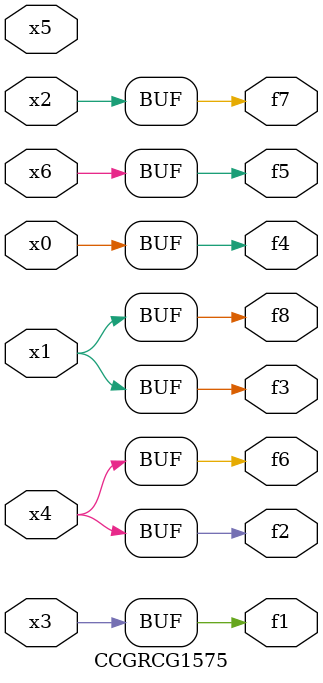
<source format=v>
module CCGRCG1575(
	input x0, x1, x2, x3, x4, x5, x6,
	output f1, f2, f3, f4, f5, f6, f7, f8
);
	assign f1 = x3;
	assign f2 = x4;
	assign f3 = x1;
	assign f4 = x0;
	assign f5 = x6;
	assign f6 = x4;
	assign f7 = x2;
	assign f8 = x1;
endmodule

</source>
